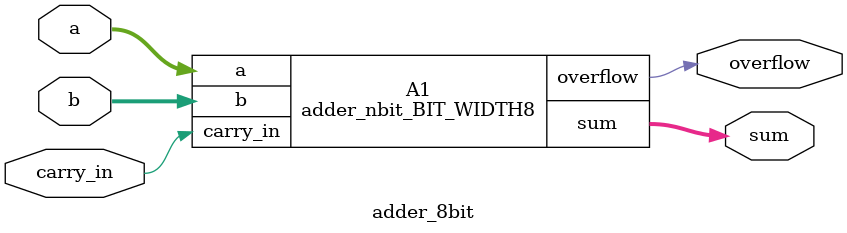
<source format=v>


module adder_1bit_7 ( a, b, carry_in, sum, carry_out );
  input a, b, carry_in;
  output sum, carry_out;
  wire   n1, n2;

  XOR2X1 U1 ( .A(carry_in), .B(n1), .Y(sum) );
  INVX1 U2 ( .A(n2), .Y(carry_out) );
  AOI22X1 U3 ( .A(b), .B(a), .C(n1), .D(carry_in), .Y(n2) );
  XOR2X1 U4 ( .A(a), .B(b), .Y(n1) );
endmodule


module adder_1bit_0 ( a, b, carry_in, sum, carry_out );
  input a, b, carry_in;
  output sum, carry_out;
  wire   n1, n2;

  XOR2X1 U1 ( .A(carry_in), .B(n1), .Y(sum) );
  INVX1 U2 ( .A(n2), .Y(carry_out) );
  AOI22X1 U3 ( .A(b), .B(a), .C(n1), .D(carry_in), .Y(n2) );
  XOR2X1 U4 ( .A(a), .B(b), .Y(n1) );
endmodule


module adder_1bit_1 ( a, b, carry_in, sum, carry_out );
  input a, b, carry_in;
  output sum, carry_out;
  wire   n1, n2;

  XOR2X1 U1 ( .A(carry_in), .B(n1), .Y(sum) );
  INVX1 U2 ( .A(n2), .Y(carry_out) );
  AOI22X1 U3 ( .A(b), .B(a), .C(n1), .D(carry_in), .Y(n2) );
  XOR2X1 U4 ( .A(a), .B(b), .Y(n1) );
endmodule


module adder_1bit_2 ( a, b, carry_in, sum, carry_out );
  input a, b, carry_in;
  output sum, carry_out;
  wire   n1, n2;

  XOR2X1 U1 ( .A(carry_in), .B(n1), .Y(sum) );
  INVX1 U2 ( .A(n2), .Y(carry_out) );
  AOI22X1 U3 ( .A(b), .B(a), .C(n1), .D(carry_in), .Y(n2) );
  XOR2X1 U4 ( .A(a), .B(b), .Y(n1) );
endmodule


module adder_1bit_3 ( a, b, carry_in, sum, carry_out );
  input a, b, carry_in;
  output sum, carry_out;
  wire   n1, n2;

  XOR2X1 U1 ( .A(carry_in), .B(n1), .Y(sum) );
  INVX1 U2 ( .A(n2), .Y(carry_out) );
  AOI22X1 U3 ( .A(b), .B(a), .C(n1), .D(carry_in), .Y(n2) );
  XOR2X1 U4 ( .A(a), .B(b), .Y(n1) );
endmodule


module adder_1bit_4 ( a, b, carry_in, sum, carry_out );
  input a, b, carry_in;
  output sum, carry_out;
  wire   n1, n2;

  XOR2X1 U1 ( .A(carry_in), .B(n1), .Y(sum) );
  INVX1 U2 ( .A(n2), .Y(carry_out) );
  AOI22X1 U3 ( .A(b), .B(a), .C(n1), .D(carry_in), .Y(n2) );
  XOR2X1 U4 ( .A(a), .B(b), .Y(n1) );
endmodule


module adder_1bit_5 ( a, b, carry_in, sum, carry_out );
  input a, b, carry_in;
  output sum, carry_out;
  wire   n1, n2;

  XOR2X1 U1 ( .A(carry_in), .B(n1), .Y(sum) );
  INVX1 U2 ( .A(n2), .Y(carry_out) );
  AOI22X1 U3 ( .A(b), .B(a), .C(n1), .D(carry_in), .Y(n2) );
  XOR2X1 U4 ( .A(a), .B(b), .Y(n1) );
endmodule


module adder_1bit_6 ( a, b, carry_in, sum, carry_out );
  input a, b, carry_in;
  output sum, carry_out;
  wire   n1, n2;

  XOR2X1 U1 ( .A(carry_in), .B(n1), .Y(sum) );
  INVX1 U2 ( .A(n2), .Y(carry_out) );
  AOI22X1 U3 ( .A(b), .B(a), .C(n1), .D(carry_in), .Y(n2) );
  XOR2X1 U4 ( .A(a), .B(b), .Y(n1) );
endmodule


module adder_nbit_BIT_WIDTH8 ( a, b, carry_in, sum, overflow );
  input [7:0] a;
  input [7:0] b;
  output [7:0] sum;
  input carry_in;
  output overflow;

  wire   [7:1] carrys;

  adder_1bit_7 \genblk1[0].IX  ( .a(a[0]), .b(b[0]), .carry_in(carry_in), 
        .sum(sum[0]), .carry_out(carrys[1]) );
  adder_1bit_6 \genblk1[1].IX  ( .a(a[1]), .b(b[1]), .carry_in(carrys[1]), 
        .sum(sum[1]), .carry_out(carrys[2]) );
  adder_1bit_5 \genblk1[2].IX  ( .a(a[2]), .b(b[2]), .carry_in(carrys[2]), 
        .sum(sum[2]), .carry_out(carrys[3]) );
  adder_1bit_4 \genblk1[3].IX  ( .a(a[3]), .b(b[3]), .carry_in(carrys[3]), 
        .sum(sum[3]), .carry_out(carrys[4]) );
  adder_1bit_3 \genblk1[4].IX  ( .a(a[4]), .b(b[4]), .carry_in(carrys[4]), 
        .sum(sum[4]), .carry_out(carrys[5]) );
  adder_1bit_2 \genblk1[5].IX  ( .a(a[5]), .b(b[5]), .carry_in(carrys[5]), 
        .sum(sum[5]), .carry_out(carrys[6]) );
  adder_1bit_1 \genblk1[6].IX  ( .a(a[6]), .b(b[6]), .carry_in(carrys[6]), 
        .sum(sum[6]), .carry_out(carrys[7]) );
  adder_1bit_0 \genblk1[7].IX  ( .a(a[7]), .b(b[7]), .carry_in(carrys[7]), 
        .sum(sum[7]), .carry_out(overflow) );
endmodule


module adder_8bit ( a, b, carry_in, sum, overflow );
  input [7:0] a;
  input [7:0] b;
  output [7:0] sum;
  input carry_in;
  output overflow;


  adder_nbit_BIT_WIDTH8 A1 ( .a(a), .b(b), .carry_in(carry_in), .sum(sum), 
        .overflow(overflow) );
endmodule


</source>
